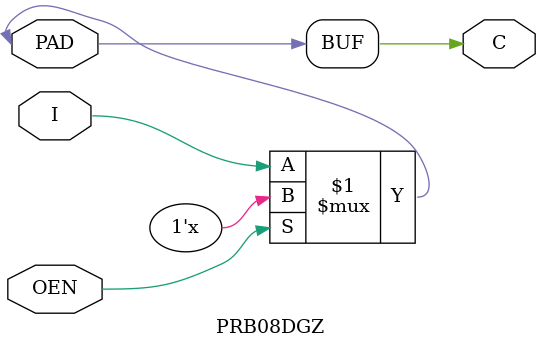
<source format=v>
module PDIDGZ (PAD, C);
   input PAD;
   output C;
	assign C = PAD;
endmodule


module PDB04DGZ (I, OEN, PAD, C);
    input I, OEN;
    inout PAD;
    output C;

    bufif0	(PAD, I, OEN);
    buf		(C, PAD);
endmodule


module PDISDGZ (PAD, C);
   input PAD;
   output C;
	assign C = PAD;
endmodule


module PDO04CDG (I, PAD);
    input I;
    output PAD;
	assign PAD = I;
endmodule


module PDT04DGZ (I, OEN, PAD);
    input I, OEN;
    output PAD;
    bufif0	(PAD, I, OEN);
endmodule


module PDB04SDGZ (I, OEN, PAD, C);
    input I, OEN;
    inout PAD;
    output C;

    bufif0	(PAD, I, OEN);
    buf		(C, PAD);
endmodule


module PRB08DGZ (I, OEN, PAD, C);
    input I, OEN;
    inout PAD;
    output C;

    bufif0	(PAD, I, OEN);
    buf		(C, PAD);
endmodule

</source>
